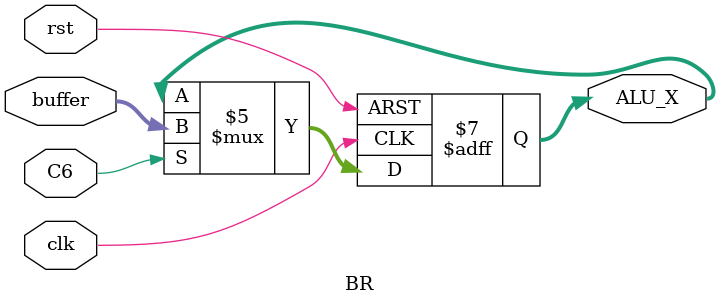
<source format=v>
module BR(
    input clk,
    input rst,
    (*dont_touch = "true" *)input C6,
    (*dont_touch = "true" *)input[15:0] buffer,
    (*dont_touch = "true" *)output reg[15:0] ALU_X
    );

    always @(negedge clk or negedge rst) begin
        if (~rst) 
            begin
                ALU_X = 16'b0000000000000000;
            end
        else
            begin
                if(C6 == 1'b1)
                    begin
                        ALU_X = buffer;
                    end
                else
                begin
                end
            end
        
    end
endmodule

</source>
